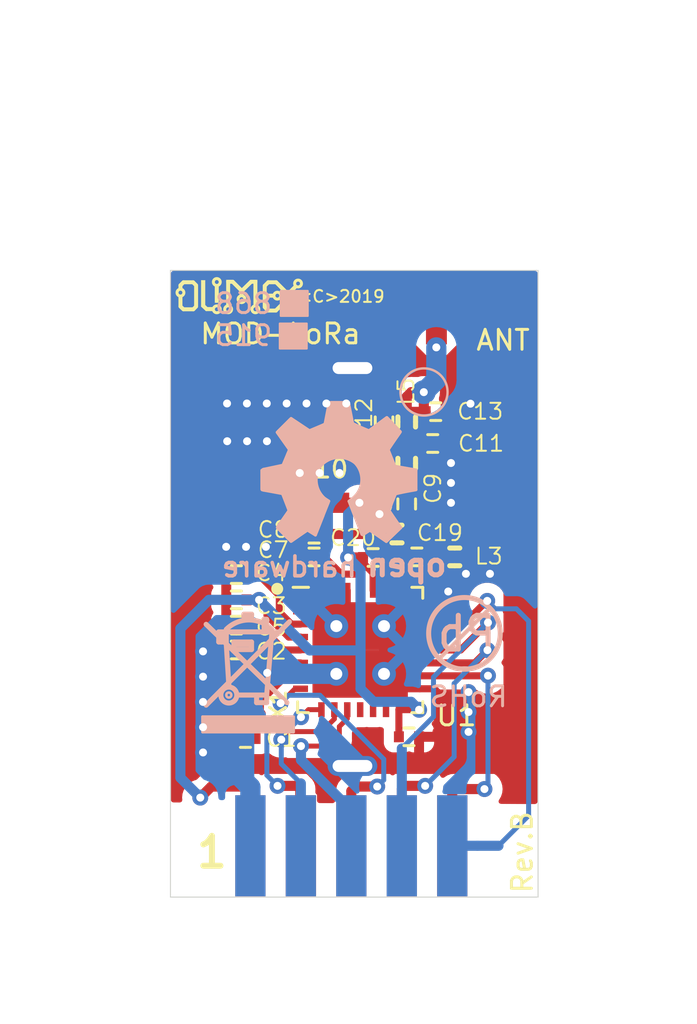
<source format=kicad_pcb>
(kicad_pcb (version 20221018) (generator pcbnew)
  (layers (0 "F.Cu" signal) (31 "B.Cu" signal) (34 "B.Paste" user) (35 "F.Paste" user) (36 "B.SilkS" user "B.Silkscreen") (37 "F.SilkS" user "F.Silkscreen") (38 "B.Mask" user) (39 "F.Mask" user) (44 "Edge.Cuts" user))
  (net 0 "")
  (net 1 "GND")
  (net 2 "Net-(C1-Pad1)")
  (net 3 "Net-(C2-Pad1)")
  (net 4 "VAA")
  (net 5 "Net-(C4-Pad1)")
  (net 6 "Net-(C5-Pad1)")
  (net 7 "Net-(C19-Pad1)")
  (net 8 "Net-(C9-Pad1)")
  (net 9 "Net-(C11-Pad1)")
  (net 10 "Net-(C12-Pad1)")
  (net 11 "Net-(C19-Pad2)")
  (net 12 "/NSS")
  (net 13 "/MOSI")
  (net 14 "/RESET")
  (net 15 "/SCK")
  (net 16 "/MISO")
  (net 17 "/DIO0")
  (net 18 "/DIO2")
  (net 19 "/DIO1")
  (net 20 "Net-(U1-Pad27)")
  (net 21 "Net-(U1-Pad20)")
  (net 22 "Net-(U1-Pad28)")
  (net 23 "Net-(U1-Pad13)")
  (net 24 "Net-(U1-Pad12)")
  (net 25 "Net-(U1-Pad11)")
  (net 26 "Net-(U1-Pad1)")
  (net 27 "Net-(C7-Pad2)")
  (footprint "OLIMEX_RLC-FP:C_0402_5MIL_DWS" (layer "F.Cu") (at 122.275 113.029141 180)
    (fp_text reference "C1" (at -1.804 -0.000859 180) (layer "F.SilkS") (effects (font (size 0.8 0.8) (thickness 0.1))))
    (fp_text value "15pF")
    (pad "1" smd rect (at -0.508 0) (size 0.5 0.55) (layers "F.Cu" "F.Paste" "F.Mask") (net 2 "Net-(C1-Pad1)"))
    (pad "2" smd rect (at 0.508 0 180) (size 0.5 0.55) (layers "F.Cu" "F.Paste" "F.Mask") (net 1 "GND"))
  )
  (footprint "OLIMEX_RLC-FP:C_0402_5MIL_DWS" (layer "F.Cu") (at 121.818 108.579141 180)
    (fp_text reference "C2" (at -1.753 -0.069359 180) (layer "F.SilkS") (effects (font (size 0.8 0.8) (thickness 0.1))))
    (fp_text value "15pF")
    (pad "1" smd rect (at -0.508 0) (size 0.5 0.55) (layers "F.Cu" "F.Paste" "F.Mask") (net 3 "Net-(C2-Pad1)"))
    (pad "2" smd rect (at 0.508 0 180) (size 0.5 0.55) (layers "F.Cu" "F.Paste" "F.Mask") (net 1 "GND"))
  )
  (footprint "OLIMEX_RLC-FP:C_0402_5MIL_DWS" (layer "F.Cu") (at 121.818 106.060141 180)
    (fp_text reference "C3" (at -1.753 -0.302359 180) (layer "F.SilkS") (effects (font (size 0.8 0.8) (thickness 0.1))))
    (fp_text value "100nF")
    (pad "1" smd rect (at -0.508 0) (size 0.5 0.55) (layers "F.Cu" "F.Paste" "F.Mask") (net 4 "VAA"))
    (pad "2" smd rect (at 0.508 0 180) (size 0.5 0.55) (layers "F.Cu" "F.Paste" "F.Mask") (net 1 "GND"))
  )
  (footprint "OLIMEX_RLC-FP:C_0402_5MIL_DWS" (layer "F.Cu") (at 121.818 104.790141 180)
    (fp_text reference "C4" (at -1.753 0.078641 180) (layer "F.SilkS") (effects (font (size 0.8 0.8) (thickness 0.1))))
    (fp_text value "100nF")
    (pad "1" smd rect (at -0.508 0) (size 0.5 0.55) (layers "F.Cu" "F.Paste" "F.Mask") (net 5 "Net-(C4-Pad1)"))
    (pad "2" smd rect (at 0.508 0 180) (size 0.5 0.55) (layers "F.Cu" "F.Paste" "F.Mask") (net 1 "GND"))
  )
  (footprint "OLIMEX_RLC-FP:C_0402_5MIL_DWS" (layer "F.Cu") (at 121.818 107.33014 180)
    (fp_text reference "C5" (at -1.753 -0.11186 180) (layer "F.SilkS") (effects (font (size 0.8 0.8) (thickness 0.1))))
    (fp_text value "100nF")
    (pad "1" smd rect (at -0.508 0) (size 0.5 0.55) (layers "F.Cu" "F.Paste" "F.Mask") (net 6 "Net-(C5-Pad1)"))
    (pad "2" smd rect (at 0.508 0 180) (size 0.5 0.55) (layers "F.Cu" "F.Paste" "F.Mask") (net 1 "GND"))
  )
  (footprint "OLIMEX_RLC-FP:C_0402_5MIL_DWS" (layer "F.Cu") (at 130.5048 112.943541)
    (fp_text reference "C6" hide)
    (fp_text value "100nF")
    (pad "1" smd rect (at -0.508 0 180) (size 0.5 0.55) (layers "F.Cu" "F.Paste" "F.Mask") (net 4 "VAA"))
    (pad "2" smd rect (at 0.508 0) (size 0.5 0.55) (layers "F.Cu" "F.Paste" "F.Mask") (net 1 "GND"))
  )
  (footprint "OLIMEX_RLC-FP:C_0402_5MIL_DWS" (layer "F.Cu") (at 125.726141 103.902)
    (fp_text reference "C7" (at -2.056141 -0.352) (layer "F.SilkS") (effects (font (size 0.8 0.8) (thickness 0.1))))
    (fp_text value "47pF")
    (pad "1" smd rect (at -0.508 0 180) (size 0.5 0.55) (layers "F.Cu" "F.Paste" "F.Mask") (net 1 "GND"))
    (pad "2" smd rect (at 0.508 0) (size 0.5 0.55) (layers "F.Cu" "F.Paste" "F.Mask") (net 27 "Net-(C7-Pad2)"))
  )
  (footprint "OLIMEX_RLC-FP:C_0402_5MIL_DWS" (layer "F.Cu") (at 130.39 101.24 -90)
    (fp_text reference "C9" (at -0.78 -1.32 270) (layer "F.SilkS") (effects (font (size 0.8 0.8) (thickness 0.1))))
    (fp_text value "33pF")
    (pad "1" smd rect (at -0.508 0 90) (size 0.5 0.55) (layers "F.Cu" "F.Paste" "F.Mask") (net 8 "Net-(C9-Pad1)"))
    (pad "2" smd rect (at 0.508 0 270) (size 0.5 0.55) (layers "F.Cu" "F.Paste" "F.Mask") (net 11 "Net-(C19-Pad2)"))
  )
  (footprint "OLIMEX_RLC-FP:C_0603_5MIL_DWS" (layer "F.Cu") (at 126.1 101.18 180)
    (fp_text reference "C10" (at -0.03 1.7 180) (layer "F.SilkS") (effects (font (size 0.9 0.9))))
    (fp_text value "22uF")
    (pad "1" smd rect (at -0.889 0 180) (size 1.016 1.016) (layers "F.Cu" "F.Paste" "F.Mask") (net 4 "VAA") (clearance 0.0508))
    (pad "2" smd rect (at 0.889 0 180) (size 1.016 1.016) (layers "F.Cu" "F.Paste" "F.Mask") (net 1 "GND") (clearance 0.0508))
  )
  (footprint "OLIMEX_RLC-FP:C_0402_5MIL_DWS" (layer "F.Cu") (at 131.7 98.2)
    (fp_text reference "C11" (at 2.43 0) (layer "F.SilkS") (effects (font (size 0.8 0.8) (thickness 0.1))))
    (fp_text value "4.7pF" hide)
    (pad "1" smd rect (at -0.508 0 180) (size 0.5 0.55) (layers "F.Cu" "F.Paste" "F.Mask") (net 9 "Net-(C11-Pad1)"))
    (pad "2" smd rect (at 0.508 0) (size 0.5 0.55) (layers "F.Cu" "F.Paste" "F.Mask") (net 1 "GND"))
  )
  (footprint "OLIMEX_RLC-FP:C_0402_5MIL_DWS" (layer "F.Cu") (at 131.85 96.6)
    (fp_text reference "C13" (at 2.24 -0.01) (layer "F.SilkS") (effects (font (size 0.8 0.8) (thickness 0.1))))
    (fp_text value "1.8pF" hide)
    (pad "1" smd rect (at -0.508 0 180) (size 0.5 0.55) (layers "F.Cu" "F.Paste" "F.Mask") (net 10 "Net-(C12-Pad1)"))
    (pad "2" smd rect (at 0.508 0) (size 0.5 0.55) (layers "F.Cu" "F.Paste" "F.Mask") (net 1 "GND"))
  )
  (footprint "OLIMEX_RLC-FP:C_0402_5MIL_DWS" (layer "F.Cu") (at 130.9 103.9 180)
    (fp_text reference "C19" (at -1.16 1.21 180) (layer "F.SilkS") (effects (font (size 0.8 0.8) (thickness 0.1))))
    (fp_text value "2.2pF")
    (pad "1" smd rect (at -0.508 0) (size 0.5 0.55) (layers "F.Cu" "F.Paste" "F.Mask") (net 7 "Net-(C19-Pad1)"))
    (pad "2" smd rect (at 0.508 0 180) (size 0.5 0.55) (layers "F.Cu" "F.Paste" "F.Mask") (net 11 "Net-(C19-Pad2)"))
  )
  (footprint "OLIMEX_RLC-FP:C_0402_5MIL_DWS" (layer "F.Cu") (at 128.7 103.93)
    (fp_text reference "C20" (at -1.01 -0.99 180) (layer "F.SilkS") (effects (font (size 0.8 0.8) (thickness 0.1))))
    (fp_text value "100nF")
    (pad "1" smd rect (at -0.508 0 180) (size 0.5 0.55) (layers "F.Cu" "F.Paste" "F.Mask") (net 4 "VAA"))
    (pad "2" smd rect (at 0.508 0) (size 0.5 0.55) (layers "F.Cu" "F.Paste" "F.Mask") (net 1 "GND"))
  )
  (footprint "OLIMEX_RLC-FP:C_0402_5MIL_DWS" (layer "F.Cu") (at 125.726141 102.759)
    (fp_text reference "C8" (at -2.056141 -0.229) (layer "F.SilkS") (effects (font (size 0.8 0.8) (thickness 0.1))))
    (fp_text value "10nF")
    (pad "1" smd rect (at -0.508 0 180) (size 0.5 0.55) (layers "F.Cu" "F.Paste" "F.Mask") (net 1 "GND"))
    (pad "2" smd rect (at 0.508 0) (size 0.5 0.55) (layers "F.Cu" "F.Paste" "F.Mask") (net 27 "Net-(C7-Pad2)"))
  )
  (footprint "OLIMEX_RLC-FP:L_0402_5MIL_DWS" (layer "F.Cu") (at 129.9 102.75 180)
    (fp_text reference "L2" (at 0.85 1.15 180) (layer "F.SilkS") (effects (font (size 0.8 0.8) (thickness 0.1))))
    (fp_text value "33nH")
    (pad "1" smd rect (at -0.508 0) (size 0.5 0.55) (layers "F.Cu" "F.Paste" "F.Mask") (net 11 "Net-(C19-Pad2)"))
    (pad "2" smd rect (at 0.508 0 180) (size 0.5 0.55) (layers "F.Cu" "F.Paste" "F.Mask") (net 27 "Net-(C7-Pad2)"))
  )
  (footprint "OLIMEX_RLC-FP:L_0402_5MIL_DWS" (layer "F.Cu") (at 132.808 103.9 180)
    (fp_text reference "L3" (at -1.712 0.03 180) (layer "F.SilkS") (effects (font (size 0.8 0.8) (thickness 0.1))))
    (fp_text value "6.8nH")
    (pad "1" smd rect (at -0.508 0) (size 0.5 0.55) (layers "F.Cu" "F.Paste" "F.Mask") (net 1 "GND"))
    (pad "2" smd rect (at 0.508 0 180) (size 0.5 0.55) (layers "F.Cu" "F.Paste" "F.Mask") (net 7 "Net-(C19-Pad1)"))
  )
  (footprint "OLIMEX_RLC-FP:L_0402_5MIL_DWS" (layer "F.Cu") (at 130.39 99.2 90)
    (fp_text reference "L4" (at 0 -1.27 90) (layer "F.SilkS") (effects (font (size 0.8 0.8) (thickness 0.1))))
    (fp_text value "10nH")
    (pad "1" smd rect (at -0.508 0 270) (size 0.5 0.55) (layers "F.Cu" "F.Paste" "F.Mask") (net 8 "Net-(C9-Pad1)"))
    (pad "2" smd rect (at 0.508 0 90) (size 0.5 0.55) (layers "F.Cu" "F.Paste" "F.Mask") (net 9 "Net-(C11-Pad1)"))
  )
  (footprint "OLIMEX_RLC-FP:L_0402_5MIL_DWS" (layer "F.Cu") (at 130.39 97.117 90)
    (fp_text reference "L5" (at 1.527 -0.03 90) (layer "F.SilkS") (effects (font (size 0.8 0.8) (thickness 0.1))))
    (fp_text value "6.2nH")
    (pad "1" smd rect (at -0.508 0 270) (size 0.5 0.55) (layers "F.Cu" "F.Paste" "F.Mask") (net 9 "Net-(C11-Pad1)"))
    (pad "2" smd rect (at 0.508 0 90) (size 0.5 0.55) (layers "F.Cu" "F.Paste" "F.Mask") (net 10 "Net-(C12-Pad1)"))
  )
  (footprint "OLIMEX_IC-FP:QFN-28_EP_6x6_Pitch0.65mm" (layer "F.Cu") (at 128.048 108.579141)
    (fp_text reference "U1" (at 4.8448 3.307859) (layer "F.SilkS"))
    (fp_text value "SX1276" hide)
    (pad "" connect circle (at -4.175 -3.075) (size 0.6 0.6) (layers "F.SilkS"))
    (pad "1" smd rect (at -3 -1.95 90) (size 0.325 0.75) (layers "F.Cu" "F.Paste" "F.Mask") (net 26 "Net-(U1-Pad1)"))
    (pad "2" smd rect (at -3 -1.3 90) (size 0.325 0.75) (layers "F.Cu" "F.Paste" "F.Mask") (net 5 "Net-(C4-Pad1)"))
    (pad "3" smd rect (at -3 -0.65 90) (size 0.325 0.75) (layers "F.Cu" "F.Paste" "F.Mask") (net 4 "VAA"))
    (pad "4" smd rect (at -3 0 90) (size 0.325 0.75) (layers "F.Cu" "F.Paste" "F.Mask") (net 6 "Net-(C5-Pad1)"))
    (pad "5" smd rect (at -3 0.65 90) (size 0.325 0.75) (layers "F.Cu" "F.Paste" "F.Mask") (net 3 "Net-(C2-Pad1)"))
    (pad "6" smd rect (at -3 1.3 90) (size 0.325 0.75) (layers "F.Cu" "F.Paste" "F.Mask") (net 2 "Net-(C1-Pad1)"))
    (pad "7" smd rect (at -3 1.95 90) (size 0.325 0.75) (layers "F.Cu" "F.Paste" "F.Mask") (net 14 "/RESET"))
    (pad "8" smd rect (at -1.95 3) (size 0.325 0.75) (layers "F.Cu" "F.Paste" "F.Mask") (net 17 "/DIO0"))
    (pad "9" smd rect (at -1.3 3) (size 0.325 0.75) (layers "F.Cu" "F.Paste" "F.Mask") (net 19 "/DIO1"))
    (pad "10" smd rect (at -0.65 3) (size 0.325 0.75) (layers "F.Cu" "F.Paste" "F.Mask") (net 18 "/DIO2"))
    (pad "11" smd rect (at 0 3) (size 0.325 0.75) (layers "F.Cu" "F.Paste" "F.Mask") (net 25 "Net-(U1-Pad11)"))
    (pad "12" smd rect (at 0.65 3) (size 0.325 0.75) (layers "F.Cu" "F.Paste" "F.Mask") (net 24 "Net-(U1-Pad12)"))
    (pad "13" smd rect (at 1.3 3) (size 0.325 0.75) (layers "F.Cu" "F.Paste" "F.Mask") (net 23 "Net-(U1-Pad13)"))
    (pad "14" smd rect (at 1.95 3) (size 0.325 0.75) (layers "F.Cu" "F.Paste" "F.Mask") (net 4 "VAA"))
    (pad "15" smd rect (at 3 1.95 90) (size 0.325 0.75) (layers "F.Cu" "F.Paste" "F.Mask") (net 1 "GND"))
    (pad "16" smd rect (at 3 1.3 90) (size 0.325 0.75) (layers "F.Cu" "F.Paste" "F.Mask") (net 15 "/SCK"))
    (pad "17" smd rect (at 3 0.65 90) (size 0.325 0.75) (layers "F.Cu" "F.Paste" "F.Mask") (net 16 "/MISO"))
    (pad "18" smd rect (at 3 0 90) (size 0.325 0.75) (layers "F.Cu" "F.Paste" "F.Mask") (net 13 "/MOSI"))
    (pad "19" smd rect (at 3 -0.65 90) (size 0.325 0.75) (layers "F.Cu" "F.Paste" "F.Mask") (net 12 "/NSS"))
    (pad "20" smd rect (at 3 -1.3 90) (size 0.325 0.75) (layers "F.Cu" "F.Paste" "F.Mask") (net 21 "Net-(U1-Pad20)"))
    (pad "21" smd rect (at 3 -1.95 90) (size 0.325 0.75) (layers "F.Cu" "F.Paste" "F.Mask") (net 7 "Net-(C19-Pad1)"))
    (pad "22" smd rect (at 1.95 -3) (size 0.325 0.75) (layers "F.Cu" "F.Paste" "F.Mask") (net 11 "Net-(C19-Pad2)"))
    (pad "23" smd rect (at 1.3 -3) (size 0.325 0.75) (layers "F.Cu" "F.Paste" "F.Mask") (net 1 "GND"))
    (pad "24" smd rect (at 0.65 -3) (size 0.325 0.75) (layers "F.Cu" "F.Paste" "F.Mask") (net 4 "VAA"))
    (pad "25" smd rect (at 0 -3) (size 0.325 0.75) (layers "F.Cu" "F.Paste" "F.Mask") (net 27 "Net-(C7-Pad2)"))
    (pad "26" smd rect (at -0.65 -3) (size 0.325 0.75) (layers "F.Cu" "F.Paste" "F.Mask") (net 1 "GND"))
    (pad "27" smd rect (at -1.3 -3) (size 0.325 0.75) (layers "F.Cu" "F.Paste" "F.Mask") (net 20 "Net-(U1-Pad27)"))
    (pad "28" smd rect (at -1.95 -3) (size 0.325 0.75) (layers "F.Cu" "F.Paste" "F.Mask") (net 22 "Net-(U1-Pad28)"))
    (pad "29" thru_hole circle (at -1.2 -1.2) (size 1.2 1.2) (drill 0.6) (layers "*.Cu" "*.Mask") (net 1 "GND"))
    (pad "29" smd rect (at -1.2 -1.2) (size 2.4 2.4) (layers "F.Cu" "F.Paste" "F.Mask") (net 1 "GND"))
    (pad "29" thru_hole circle (at -1.2 1.2) (size 1.2 1.2) (drill 0.6) (layers "*.Cu" "*.Mask") (net 1 "GND"))
    (pad "29" smd rect (at -1.2 1.2) (size 2.4 2.4) (layers "F.Cu" "F.Paste" "F.Mask") (net 1 "GND"))
    (pad "29" thru_hole circle (at 1.2 -1.2) (size 1.2 1.2) (drill 0.6) (layers "*.Cu" "*.Mask") (net 1 "GND"))
    (pad "29" smd rect (at 1.2 -1.2) (size 2.4 2.4) (layers "F.Cu" "F.Paste" "F.Mask") (net 1 "GND"))
    (pad "29" thru_hole circle (at 1.2 1.2) (size 1.2 1.2) (drill 0.6) (layers "*.Cu" "*.Mask") (net 1 "GND"))
    (pad "29" smd rect (at 1.2 1.2) (size 2.4 2.4) (layers "F.Cu" "F.Paste" "F.Mask") (net 1 "GND"))
  )
  (footprint "OLIMEX_Crystal-FP:SMD2016_4p" (layer "F.Cu") (at 122.2 110.779141 90)
    (fp_text reference "X1" (at -0.574459 1.7266 90) (layer "F.SilkS") (effects (font (size 0.8 0.8))))
    (fp_text value "32.000MHz_10ppm")
    (pad "1" smd circle (at -1.025 0.825 90) (size 0.55 0.55) (layers "F.Cu" "F.Paste" "F.Mask") (net 2 "Net-(C1-Pad1)"))
    (pad "1" smd rect (at -0.675 0.525 90) (size 0.85 0.75) (layers "F.Cu" "F.Paste" "F.Mask") (net 2 "Net-(C1-Pad1)"))
    (pad "2" smd rect (at 0.675 0.525 90) (size 0.85 0.75) (layers "F.Cu" "F.Paste" "F.Mask") (net 1 "GND"))
    (pad "2" smd circle (at 1.025 0.825 90) (size 0.55 0.55) (layers "F.Cu" "F.Paste" "F.Mask") (net 1 "GND"))
    (pad "3" smd rect (at 0.675 -0.525 90) (size 0.85 0.75) (layers "F.Cu" "F.Paste" "F.Mask") (net 3 "Net-(C2-Pad1)"))
    (pad "3" smd circle (at 1.025 -0.825 90) (size 0.55 0.55) (layers "F.Cu" "F.Paste" "F.Mask") (net 3 "Net-(C2-Pad1)"))
    (pad "4" smd circle (at -1.025 -0.825 90) (size 0.55 0.55) (layers "F.Cu" "F.Paste" "F.Mask") (net 1 "GND"))
    (pad "4" smd rect (at -0.675 -0.525 90) (size 0.85 0.75) (layers "F.Cu" "F.Paste" "F.Mask") (net 1 "GND"))
  )
  (footprint "OLIMEX_TestPoints-FP:TP_SMD" (layer "F.Cu") (at 131.25 95.62 180)
    (fp_text reference "JANT1" hide)
    (fp_text value "TESTPAD" hide)
    (pad "1" thru_hole circle (at 0 0 270) (size 0.6 0.6) (drill 0.4) (layers "*.Cu" "*.Mask") (net 10 "Net-(C12-Pad1)"))
    (pad "1" smd circle (at 0 0 270) (size 1.2 1.2) (layers "B.Cu" "B.Mask") (net 10 "Net-(C12-Pad1)"))
  )
  (footprint "OLIMEX_Connectors-FP:U.FL-R-SMT-1" (layer "F.Cu") (at 131.885 91.192741)
    (fp_text reference "EXT_ANT1" hide)
    (fp_text value "U.FL")
    (pad "1" smd rect (at 0 1.5) (size 1.05 1.05) (layers "F.Cu" "F.Paste" "F.Mask") (net 10 "Net-(C12-Pad1)"))
    (pad "2" smd rect (at -1.5 0) (size 1.05 2.2) (layers "F.Cu" "F.Paste" "F.Mask") (net 1 "GND"))
    (pad "2" smd rect (at 1.5 0) (size 1.05 2.2) (layers "F.Cu" "F.Paste" "F.Mask") (net 1 "GND"))
  )
  (footprint "OLIMEX_Other-FP:Shield1620" (layer "F.Cu") (at 127.659999 104.409141 -90)
    (fp_text reference "SHIELD1" hide)
    (fp_text value "TESTPAD")
    (pad "1" thru_hole oval (at -10 0 270) (size 1 2.5) (drill oval 0.6 2) (layers "*.Cu" "*.Mask") (net 1 "GND"))
    (pad "1" smd oval (at -10 0) (size 16.8 0.8) (layers "F.Cu" "F.Mask") (net 1 "GND"))
    (pad "1" smd oval (at 0 -8 270) (size 20.8 0.8) (layers "F.Cu" "F.Mask") (net 1 "GND"))
    (pad "1" smd oval (at 0 8 270) (size 20.8 0.8) (layers "F.Cu" "F.Mask") (net 1 "GND"))
    (pad "1" thru_hole oval (at 10 0 270) (size 1 2.5) (drill oval 0.6 2) (layers "*.Cu" "*.Mask") (net 1 "GND"))
    (pad "1" smd oval (at 10 0) (size 16.8 0.8) (layers "F.Cu" "F.Mask") (net 1 "GND"))
  )
  (footprint "OLIMEX_LOGOs-FP:OLIMEX_LOGO_SMALL_TB" (layer "F.Cu") (at 121.95 90.77)
    (fp_text reference "")
    (fp_text value "")
  )
  (footprint "OLIMEX_Connectors-FP:UEXTF" (layer "F.Cu") (at 127.602605 123.5 90)
    (fp_text reference "CON1" hide)
    (fp_text value "BH10S")
    (pad "1" smd rect (at 5.08 -5.08 90) (size 5.08 1.524) (layers "F.Cu" "F.Mask") (net 4 "VAA") (clearance 0.0508))
    (pad "2" smd rect (at 5.08 -5.08 90) (size 5.08 1.524) (layers "B.Cu" "B.Mask") (net 1 "GND") (clearance 0.0508))
    (pad "3" smd rect (at 5.08 -2.54 90) (size 5.08 1.524) (layers "F.Cu" "F.Mask") (net 17 "/DIO0") (clearance 0.0508))
    (pad "4" smd rect (at 5.08 -2.54 90) (size 5.08 1.524) (layers "B.Cu" "B.Mask") (net 19 "/DIO1") (clearance 0.0508))
    (pad "5" smd rect (at 5.08 0 90) (size 5.08 1.524) (layers "F.Cu" "F.Mask") (net 14 "/RESET") (clearance 0.0508))
    (pad "6" smd rect (at 5.08 0 90) (size 5.08 1.524) (layers "B.Cu" "B.Mask") (net 18 "/DIO2") (clearance 0.0508))
    (pad "7" smd rect (at 5.08 2.54 90) (size 5.08 1.524) (layers "F.Cu" "F.Mask") (net 16 "/MISO") (clearance 0.0508))
    (pad "8" smd rect (at 5.08 2.54 90) (size 5.08 1.524) (layers "B.Cu" "B.Mask") (net 13 "/MOSI") (clearance 0.0508))
    (pad "9" smd rect (at 5.08 5.08 90) (size 5.08 1.524) (layers "F.Cu" "F.Mask") (net 15 "/SCK") (clearance 0.0508))
    (pad "10" smd rect (at 5.08 5.08 90) (size 5.08 1.524) (layers "B.Cu" "B.Mask") (net 12 "/NSS") (clearance 0.0508))
  )
  (footprint "OLIMEX_RLC-FP:C_0402_5MIL_DWS" (layer "F.Cu") (at 129.25 97.12 -90)
    (fp_text reference "C12" (at -0.068 1.011359 270) (layer "F.SilkS") (effects (font (size 0.8 0.8) (thickness 0.1))))
    (fp_text value "1.2pF")
    (pad "1" smd rect (at -0.508 0 90) (size 0.5 0.55) (layers "F.Cu" "F.Paste" "F.Mask") (net 10 "Net-(C12-Pad1)"))
    (pad "2" smd rect (at 0.508 0 270) (size 0.5 0.55) (layers "F.Cu" "F.Paste" "F.Mask") (net 9 "Net-(C11-Pad1)"))
  )
  (footprint "OLIMEX_Other-FP:Fiducial1x3_transp" (layer "F.Cu") (at 121.69 100.46)
    (fp_text reference "Ref*" hide)
    (fp_text value "Val**" hide)
    (pad "Fid1" connect circle (at 0 0) (size 1 1) (layers "F.Cu" "F.Mask") (clearance 1.016))
  )
  (footprint "OLIMEX_LOGOs-FP:LOGO_OPENHARDWARE_8x8" (layer "B.Cu") (at 126.99 100.13 180)
    (fp_text reference "" hide)
    (fp_text value "" hide)
    (fp_text user "open" (at -3.40106 -4.17576 180) (layer "B.SilkS") (effects (font (size 1.1 1.1) (thickness 0.254)) (justify mirror)))
    (fp_text user "hardware" (at 2.51206 -4.2672 180) (layer "B.SilkS") (effects (font (thickness 0.18)) (justify mirror)))
  )
  (footprint "OLIMEX_LOGOs-FP:LOGO_PBFREE" (layer "B.Cu") (at 133.5 107.42914)
    (fp_text reference "")
    (fp_text value "")
    (fp_text user "Pb" (at -0.08636 0.33528 180) (layer "B.SilkS") (effects (font (size 1.7 1.5) (thickness 0.254)) (justify mirror)))
  )
  (footprint "OLIMEX_LOGOs-FP:LOGO_RECYCLEBIN_1" (layer "B.Cu") (at 124.74 112.75 180)
    (fp_text reference "" hide)
    (fp_text value "" hide)
  )
  (gr_poly (pts (xy 125.36 92.17) (xy 124 92.17) (xy 124 93.43) (xy 125.36 93.43)) (stroke (width 0.1)) (fill solid) (layer "B.SilkS"))
  (gr_poly (pts (xy 125.41 90.53) (xy 124.05 90.53) (xy 124.05 91.79) (xy 125.41 91.79)) (stroke (width 0.1)) (fill solid) (layer "B.SilkS"))
  (gr_circle (center 131.26 95.61) (end 132.432942 95.44) (stroke (width 0.12)) (fill none) (layer "B.SilkS"))
  (gr_line (start 137 89.5) (end 118.5 89.5) (stroke (width 0.05)) (layer "Edge.Cuts"))
  (gr_line (start 118.5 121) (end 137 121) (stroke (width 0.05)) (layer "Edge.Cuts"))
  (gr_line (start 137 121) (end 137 89.5) (stroke (width 0.05)) (layer "Edge.Cuts"))
  (gr_line (start 118.5 89.5) (end 118.5 121) (stroke (width 0.05)) (layer "Edge.Cuts"))
  (gr_text "RoHS" (at 133.5 110.929141) (layer "B.SilkS") (effects (font (size 1 1)) (justify mirror)))
  (gr_text "868\n915" (at 122.18 91.97) (layer "B.SilkS") (effects (font (size 1 1)) (justify mirror)))
  (gr_text "MOD-LoRa" (at 124.038801 92.68914) (layer "F.SilkS") (effects (font (size 1 1))))
  (gr_text "<C>2019" (at 127.0868 90.809541) (layer "F.SilkS") (effects (font (size 0.6 0.6) (thickness 0.1))))
  (gr_text "1" (at 120.5865 118.745) (layer "F.SilkS") (effects (font (size 1.5 1.5) (thickness 0.3))))
  (gr_text "ANT" (at 135.24 93.01) (layer "F.SilkS") (effects (font (size 1 1))))
  (gr_text "Rev.B" (at 136.2075 118.745 90) (layer "F.SilkS") (effects (font (size 1 1))))
  (segment (start 121.31 108.579141) (end 121.309999 107.330141) (width 0.3556) (layer "F.Cu") (net 1))
  (segment (start 132.289921 94.224001) (end 133.385 93.128922) (width 0.508) (layer "F.Cu") (net 1))
  (segment (start 121.309999 107.330141) (end 121.31 106.060141) (width 0.3556) (layer "F.Cu") (net 1))
  (segment (start 125.211 100.099) (end 125.211 101.18) (width 0.508) (layer "F.Cu") (net 1))
  (segment (start 129.998001 110.529141) (end 129.248 109.77914) (width 0.3556) (layer "F.Cu") (net 1))
  (segment (start 130.38 92.805741) (end 130.38 93.133922) (width 0.508) (layer "F.Cu") (net 1))
  (segment (start 134.758 99.135) (end 134.758 101.967) (width 0.508) (layer "F.Cu") (net 1))
  (segment (start 133.2 96.6) (end 133.6 96.2) (width 0.508) (layer "F.Cu") (net 1))
  (segment (start 132.4296 112.695141) (end 133.502 112.695141) (width 0.25) (layer "F.Cu") (net 1))
  (segment (start 121.31 103.398741) (end 121.3044 103.39314) (width 0.25) (layer "F.Cu") (net 1))
  (segment (start 130.385 92.800741) (end 130.38 92.805741) (width 0.508) (layer "F.Cu") (net 1))
  (segment (start 130.38 93.133922) (end 131.470079 94.224001) (width 0.508) (layer "F.Cu") (net 1))
  (segment (start 130.385 91.192741) (end 130.385 92.800741) (width 0.508) (layer "F.Cu") (net 1))
  (segment (start 131.470079 94.224001) (end 132.289921 94.224001) (width 0.508) (layer "F.Cu") (net 1))
  (segment (start 123.025 109.754141) (end 123.342424 109.754141) (width 0.3556) (layer "F.Cu") (net 1))
  (segment (start 121.675 112.937141) (end 121.767 113.029141) (width 0.25) (layer "F.Cu") (net 1))
  (segment (start 121.31 104.790141) (end 120.041 104.790141) (width 0.3556) (layer "F.Cu") (net 1))
  (segment (start 123.304401 103.393141) (end 122.3044 103.393141) (width 0.25) (layer "F.Cu") (net 1))
  (segment (start 131.048 110.529141) (end 131.7786 110.529141) (width 0.3556) (layer "F.Cu") (net 1))
  (segment (start 132.488 96.84) (end 132.488 96.865) (width 0.508) (layer "F.Cu") (net 1))
  (segment (start 130.38 92.805741) (end 130.38 93.58) (width 0.508) (layer "F.Cu") (net 1))
  (segment (start 133.316 104.696) (end 133.37 104.75) (width 0.508) (layer "F.Cu") (net 1))
  (segment (start 127.398 105.57914) (end 127.397999 106.829141) (width 0.3556) (layer "F.Cu") (net 1))
  (segment (start 129.348001 107.279141) (end 129.248 107.379142) (width 0.3556) (layer "F.Cu") (net 1))
  (segment (start 129.348 105.579141) (end 129.348001 107.279141) (width 0.3556) (layer "F.Cu") (net 1))
  (segment (start 132.4225 112.702241) (end 132.4352 112.689541) (width 0.508) (layer "F.Cu") (net 1))
  (segment (start 128.031685 96.872826) (end 128.23 96.872826) (width 0.508) (layer "F.Cu") (net 1))
  (segment (start 122.3044 103.393141) (end 121.3044 103.39314) (width 0.25) (layer "F.Cu") (net 1))
  (segment (start 120.041 104.790141) (end 119.660001 104.409141) (width 0.3556) (layer "F.Cu") (net 1))
  (segment (start 121.31 104.790141) (end 121.31 103.398741) (width 0.25) (layer "F.Cu") (net 1))
  (segment (start 127.348 96.189141) (end 128.031685 96.872826) (width 0.508) (layer "F.Cu") (net 1))
  (segment (start 131.6986 112.943541) (end 131.0128 112.943542) (width 0.3556) (layer "F.Cu") (net 1))
  (segment (start 133.385 91.192741) (end 133.385 92.800741) (width 0.508) (layer "F.Cu") (net 1))
  (segment (start 131.9399 110.690441) (end 131.9399 112.702241) (width 0.3556) (layer "F.Cu") (net 1))
  (segment (start 131.048 110.529141) (end 129.998001 110.529141) (width 0.3556) (layer "F.Cu") (net 1))
  (segment (start 128.232 96.874826) (end 128.232 99.7) (width 0.508) (layer "F.Cu") (net 1))
  (segment (start 121.31 106.060141) (end 121.31 104.790141) (width 0.3556) (layer "F.Cu") (net 1))
  (segment (start 121.675 111.454141) (end 121.675 112.937141) (width 0.3556) (layer "F.Cu") (net 1))
  (segment (start 123.342424 109.754141) (end 123.368848 109.727717) (width 0.3556) (layer "F.Cu") (net 1))
  (segment (start 133.385 93.128922) (end 133.385 92.800741) (width 0.508) (layer "F.Cu") (net 1))
  (segment (start 121.375 111.804141) (end 121.375 111.754141) (width 0.25) (layer "F.Cu") (net 1))
  (segment (start 132.488 96.865) (end 134.758 99.135) (width 0.508) (layer "F.Cu") (net 1))
  (segment (start 133.385 92.800741) (end 133.38 92.805741) (width 0.508) (layer "F.Cu") (net 1))
  (segment (start 134.758 101.967) (end 134.758 102.75) (width 0.508) (layer "F.Cu") (net 1))
  (segment (start 125.61 99.7) (end 125.211 100.099) (width 0.508) (layer "F.Cu") (net 1))
  (segment (start 133.316 103.9) (end 133.316 104.696) (width 0.508) (layer "F.Cu") (net 1))
  (segment (start 131.9399 112.702241) (end 132.4225 112.702241) (width 0.508) (layer "F.Cu") (net 1))
  (segment (start 129.348 104.07) (end 129.208 103.93) (width 0.3556) (layer "F.Cu") (net 1))
  (segment (start 128.232 99.7) (end 125.61 99.7) (width 0.508) (layer "F.Cu") (net 1))
  (segment (start 132.358 96.6) (end 133.2 96.6) (width 0.508) (layer "F.Cu") (net 1))
  (segment (start 131.7786 110.529141) (end 131.9399 110.690441) (width 0.3556) (layer "F.Cu") (net 1))
  (segment (start 127.397999 106.829141) (end 126.848 107.379141) (width 0.3556) (layer "F.Cu") (net 1))
  (segment (start 129.348 105.579141) (end 129.348 104.07) (width 0.3556) (layer "F.Cu") (net 1))
  (segment (start 132.4225 112.702241) (end 132.4296 112.695141) (width 0.25) (layer "F.Cu") (net 1))
  (segment (start 128.23 96.872826) (end 128.232 96.874826) (width 0.508) (layer "F.Cu") (net 1))
  (segment (start 128.232 99.7) (end 128.232 100.026202) (width 0.508) (layer "F.Cu") (net 1))
  (segment (start 126.098001 106.629141) (end 126.848 107.379141) (width 0.3556) (layer "F.Cu") (net 1))
  (segment (start 131.9399 112.702241) (end 131.6986 112.943541) (width 0.3556) (layer "F.Cu") (net 1))
  (via (at 132.619141 99.182) (size 0.8) (drill 0.4) (layers "F.Cu" "B.Cu") (net 1))
  (via (at 132.619141 100.182) (size 0.8) (drill 0.4) (layers "F.Cu" "B.Cu") (net 1))
  (via (at 132.619141 101.182) (size 0.8) (drill 0.4) (layers "F.Cu" "B.Cu") (net 1))
  (via (at 127.348 96.189141) (size 0.8) (drill 0.4) (layers "F.Cu" "B.Cu") (net 1))
  (via (at 126.348 96.189141) (size 0.8) (drill 0.4) (layers "F.Cu" "B.Cu") (net 1))
  (via (at 125.348 96.189141) (size 0.8) (drill 0.4) (layers "F.Cu" "B.Cu") (net 1))
  (via (at 124.348 96.189141) (size 0.8) (drill 0.4) (layers "F.Cu" "B.Cu") (net 1))
  (via (at 123.348 96.189141) (size 0.8) (drill 0.4) (layers "F.Cu" "B.Cu") (net 1))
  (via (at 122.348 96.189141) (size 0.8) (drill 0.4) (layers "F.Cu" "B.Cu") (net 1))
  (via (at 121.348 96.189141) (size 0.8) (drill 0.4) (layers "F.Cu" "B.Cu") (net 1))
  (via (at 125.0072 99.68354) (size 0.8) (drill 0.4) (layers "F.Cu" "B.Cu") (net 1))
  (via (at 126.0072 99.68354) (size 0.8) (drill 0.4) (layers "F.Cu" "B.Cu") (net 1))
  (via (at 121.3564 98.086341) (size 0.8) (drill 0.4) (layers "F.Cu" "B.Cu") (net 1))
  (via (at 122.3564 98.086342) (size 0.8) (drill 0.4) (layers "F.Cu" "B.Cu") (net 1))
  (via (at 127.0072 99.683541) (size 0.8) (drill 0.4) (layers "F.Cu" "B.Cu") (net 1))
  (via (at 123.3564 98.086341) (size 0.8) (drill 0.4) (layers "F.Cu" "B.Cu") (net 1))
  (via (at 123.304401 103.393141) (size 0.8) (drill 0.4) (layers "F.Cu" "B.Cu") (net 1))
  (via (at 122.3044 103.393141) (size 0.8) (drill 0.4) (layers "F.Cu" "B.Cu") (net 1))
  (via (at 121.3044 103.39314) (size 0.8) (drill 0.4) (layers "F.Cu" "B.Cu") (net 1))
  (via (at 133.502 112.695141) (size 0.8) (drill 0.4) (layers "F.Cu" "B.Cu") (net 1))
  (via (at 133.502 110.695141) (size 0.8) (drill 0.4) (layers "F.Cu" "B.Cu") (net 1))
  (via (at 133.502 111.695141) (size 0.8) (drill 0.4) (layers "F.Cu" "B.Cu") (net 1))
  (via (at 129.02 101.75) (size 0.8) (drill 0.4) (layers "F.Cu" "B.Cu") (net 1))
  (via (at 120.14 108.65) (size 0.8) (drill 0.4) (layers "F.Cu" "B.Cu") (net 1))
  (via (at 120.14 109.92) (size 0.8) (drill 0.4) (layers "F.Cu" "B.Cu") (net 1))
  (via (at 120.14 111.19) (size 0.8) (drill 0.4) (layers "F.Cu" "B.Cu") (net 1))
  (via (at 120.14 112.46) (size 0.8) (drill 0.4) (layers "F.Cu" "B.Cu") (net 1))
  (via (at 120.14 113.73) (size 0.8) (drill 0.4) (layers "F.Cu" "B.Cu") (net 1))
  (via (at 123.368848 109.727717) (size 0.8) (drill 0.4) (layers "F.Cu" "B.Cu") (net 1))
  (via (at 133.6 96.2) (size 0.8) (drill 0.4) (layers "F.Cu" "B.Cu") (net 1))
  (via (at 132.48 105.64) (size 0.8) (drill 0.4) (layers "F.Cu" "B.Cu") (net 1))
  (via (at 133.37 104.75) (size 0.8) (drill 0.4) (layers "F.Cu" "B.Cu") (net 1))
  (via (at 134.58 104.75) (size 0.8) (drill 0.4) (layers "F.Cu" "B.Cu") (net 1))
  (segment (start 123.420272 109.779141) (end 123.368848 109.727717) (width 1.016) (layer "B.Cu") (net 1))
  (segment (start 126.848 109.779141) (end 123.420272 109.779141) (width 1.016) (layer "B.Cu") (net 1))
  (segment (start 121.539 114.4905) (end 122.522605 115.474105) (width 1.016) (layer "B.Cu") (net 1))
  (segment (start 122.522605 115.474105) (end 122.522605 118.42) (width 1.016) (layer "B.Cu") (net 1))
  (segment (start 124.3174 109.879141) (end 123.025 111.17154) (width 0.3556) (layer "F.Cu") (net 2))
  (segment (start 122.725 111.454141) (end 122.725 112.971141) (width 0.3556) (layer "F.Cu") (net 2))
  (segment (start 123.025 111.17154) (end 123.025 111.415234) (width 0.3556) (layer "F.Cu") (net 2))
  (segment (start 122.725 112.971141) (end 122.783001 113.029141) (width 0.3556) (layer "F.Cu") (net 2))
  (segment (start 123.025 111.415234) (end 123.025 111.804142) (width 0.3556) (layer "F.Cu") (net 2))
  (segment (start 125.048 109.879142) (end 124.3174 109.879141) (width 0.3556) (layer "F.Cu") (net 2))
  (segment (start 121.675 109.323541) (end 122.326 108.672541) (width 0.3556) (layer "F.Cu") (net 3))
  (segment (start 123.424248 108.579141) (end 122.9316 108.579141) (width 0.3556) (layer "F.Cu") (net 3))
  (segment (start 122.9316 108.579141) (end 122.326 108.579141) (width 0.3556) (layer "F.Cu") (net 3))
  (segment (start 125.048 109.229141) (end 124.074248 109.229141) (width 0.3556) (layer "F.Cu") (net 3))
  (segment (start 121.675 110.104141) (end 121.675 109.323541) (width 0.3556) (layer "F.Cu") (net 3))
  (segment (start 124.074248 109.229141) (end 123.424248 108.579141) (width 0.3556) (layer "F.Cu") (net 3))
  (segment (start 122.326 108.672541) (end 122.326 108.579141) (width 0.3556) (layer "F.Cu") (net 3))
  (segment (start 121.675 109.674099) (end 121.675 110.104141) (width 0.3556) (layer "F.Cu") (net 3))
  (segment (start 122.326 106.060141) (end 122.961 106.060141) (width 0.3556) (layer "F.Cu") (net 4))
  (segment (start 128.698 104.71279) (end 128.192 104.20679) (width 0.3556) (layer "F.Cu") (net 4))
  (segment (start 128.01 101.18) (end 126.989 101.18) (width 0.508) (layer "F.Cu") (net 4))
  (segment (start 123.360999 106.46014) (end 122.961 106.060141) (width 0.3556) (layer "F.Cu") (net 4))
  (segment (start 129.9968 111.580342) (end 129.998 111.579142) (width 0.3556) (layer "F.Cu") (net 4))
  (segment (start 131.0073 111.579142) (end 131.0128 111.584641) (width 0.3556) (layer "F.Cu") (net 4))
  (segment (start 128.192 104.20679) (end 128.192 103.93) (width 0.3556) (layer "F.Cu") (net 4))
  (segment (start 129.9968 112.943542) (end 129.9968 111.580342) (width 0.3556) (layer "F.Cu") (net 4))
  (segment (start 125.048 107.929141) (end 124.449 107.929141) (width 0.3556) (layer "F.Cu") (net 4))
  (segment (start 124.449 107.929141) (end 123.360999 106.84114) (width 0.3556) (layer "F.Cu") (net 4))
  (segment (start 120 116) (end 120.557 115.443) (width 0.508) (layer "F.Cu") (net 4))
  (segment (start 122.522605 115.443) (end 122.522605 118.42) (width 0.508) (layer "F.Cu") (net 4))
  (segment (start 128.698 105.579141) (end 128.698 104.71279) (width 0.3556) (layer "F.Cu") (net 4))
  (segment (start 127.440002 103.93) (end 127.44 103.930002) (width 0.508) (layer "F.Cu") (net 4))
  (segment (start 120.557 115.443) (end 122.522605 115.443) (width 0.508) (layer "F.Cu") (net 4))
  (segment (start 129.998 111.579142) (end 131.0073 111.579142) (width 0.3556) (layer "F.Cu") (net 4))
  (segment (start 123.360999 106.84114) (end 123.360999 106.46014) (width 0.3556) (layer "F.Cu") (net 4))
  (segment (start 128.192 103.93) (end 127.440002 103.93) (width 0.508) (layer "F.Cu") (net 4))
  (via (at 120 116) (size 0.8) (drill 0.4) (layers "F.Cu" "B.Cu") (net 4))
  (via (at 127.44 103.930002) (size 0.8) (drill 0.4) (layers "F.Cu" "B.Cu") (net 4))
  (via (at 122.961 106.060141) (size 0.8) (drill 0.4) (layers "F.Cu" "B.Cu") (net 4))
  (via (at 128.01 101.18) (size 0.8) (drill 0.4) (layers "F.Cu" "B.Cu") (net 4))
  (via (at 131.0128 111.584641) (size 0.8) (drill 0.4) (layers "F.Cu" "B.Cu") (net 4))
  (segment (start 122.961 106.060141) (end 120.439859 106.060141) (width 0.508) (layer "B.Cu") (net 4))
  (segment (start 131.0128 111.584641) (end 130.612801 111.184642) (width 0.508) (layer "B.Cu") (net 4))
  (segment (start 125.500999 108.600141) (end 122.961 106.060141) (width 0.508) (layer "B.Cu") (net 4))
  (segment (start 125.500999 108.600141) (end 128.041001 108.600141) (width 0.508) (layer "B.Cu") (net 4))
  (segment (start 119 107.5) (end 119 115) (width 0.508) (layer "B.Cu") (net 4))
  (segment (start 120.439859 106.060141) (end 119 107.5) (width 0.508) (layer "B.Cu") (net 4))
  (segment (start 128.066401 108.574741) (end 128.066401 104.556403) (width 0.508) (layer "B.Cu") (net 4))
  (segment (start 127.44 103.930002) (end 127.44 101.75) (width 0.508) (layer "B.Cu") (net 4))
  (segment (start 128.0664 110.53054) (end 128.066401 108.574741) (width 0.508) (layer "B.Cu") (net 4))
  (segment (start 128.720501 111.184642) (end 128.0664 110.53054) (width 0.508) (layer "B.Cu") (net 4))
  (segment (start 127.44 101.75) (end 128.01 101.18) (width 0.508) (layer "B.Cu") (net 4))
  (segment (start 130.612801 111.184642) (end 128.720501 111.184642) (width 0.508) (layer "B.Cu") (net 4))
  (segment (start 127.839999 104.330001) (end 127.44 103.930002) (width 0.508) (layer "B.Cu") (net 4))
  (segment (start 119 115) (end 120 116) (width 0.508) (layer "B.Cu") (net 4))
  (segment (start 128.041001 108.600141) (end 128.066401 108.574741) (width 0.508) (layer "B.Cu") (net 4))
  (segment (start 128.066401 104.556403) (end 127.839999 104.330001) (width 0.508) (layer "B.Cu") (net 4))
  (segment (start 123.977001 106.671392) (end 124.58475 107.279141) (width 0.3556) (layer "F.Cu") (net 5))
  (segment (start 122.326 104.790141) (end 122.9316 104.790141) (width 0.3556) (layer "F.Cu") (net 5))
  (segment (start 123.977 105.835542) (end 123.977001 106.671392) (width 0.3556) (layer "F.Cu") (net 5))
  (segment (start 124.58475 107.279141) (end 125.048 107.279141) (width 0.3556) (layer "F.Cu") (net 5))
  (segment (start 122.9316 104.790141) (end 123.977 105.835542) (width 0.3556) (layer "F.Cu") (net 5))
  (segment (start 124.21 108.579141) (end 122.961 107.330141) (width 0.3556) (layer "F.Cu") (net 6))
  (segment (start 125.048 108.579141) (end 124.21 108.579141) (width 0.3556) (layer "F.Cu") (net 6))
  (segment (start 122.961 107.330141) (end 122.9316 107.330141) (width 0.3556) (layer "F.Cu") (net 6))
  (segment (start 122.9316 107.330141) (end 122.326 107.330141) (width 0.3556) (layer "F.Cu") (net 6))
  (segment (start 131.408 105.152) (end 131.048 105.512) (width 0.508) (layer "F.Cu") (net 7))
  (segment (start 131.048 105.512) (end 131.048 106.629141) (width 0.3556) (layer "F.Cu") (net 7))
  (segment (start 131.408 103.9) (end 131.408 105.152) (width 0.508) (layer "F.Cu") (net 7))
  (segment (start 131.408 103.9) (end 132.3 103.9) (width 0.508) (layer "F.Cu") (net 7))
  (segment (start 130.353766 99.744234) (end 130.353766 100.695766) (width 0.508) (layer "F.Cu") (net 8))
  (segment (start 130.39 100.708) (end 130.353766 100.744234) (width 0.508) (layer "F.Cu") (net 8))
  (segment (start 130.382 99.7) (end 130.39 99.692) (width 0.508) (layer "F.Cu") (net 8))
  (segment (start 130.39 97.99) (end 130.39 98.692) (width 0.508) (layer "F.Cu") (net 9))
  (segment (start 130.39 97.625) (end 130.39 97.99) (width 0.508) (layer "F.Cu") (net 9))
  (segment (start 130.399 97.6) (end 130.39 97.609) (width 0.508) (layer "F.Cu") (net 9))
  (segment (start 130.387 98.628) (end 130.39 98.625) (width 0.508) (layer "F.Cu") (net 9))
  (segment (start 130.39 98.156) (end 130.39 97.99) (width 0.508) (layer "F.Cu") (net 9))
  (segment (start 129.253 97.609) (end 129.25 97.612) (width 0.508) (layer "F.Cu") (net 9))
  (segment (start 130.387 97.612) (end 130.39 97.609) (width 0.508) (layer "F.Cu") (net 9))
  (segment (start 131.192 98.2) (end 130.434 98.2) (width 0.508) (layer "F.Cu") (net 9))
  (segment (start 130.434 98.2) (end 130.39 98.156) (width 0.508) (layer "F.Cu") (net 9))
  (segment (start 130.4 97.599) (end 130.39 97.609) (width 0.508) (layer "F.Cu") (net 9))
  (segment (start 129.25 97.628) (end 130.387 97.628) (width 0.508) (layer "F.Cu") (net 9))
  (segment (start 130.39 95.851) (end 130.39 96.609) (width 0.508) (layer "F.Cu") (net 10))
  (segment (start 130.39 96.609) (end 129.253 96.609) (width 0.508) (layer "F.Cu") (net 10))
  (segment (start 131.25 95.62) (end 131.25 96.508) (width 0.508) (layer "F.Cu") (net 10))
  (segment (start 131.248 95.622) (end 131.25 95.62) (width 0.508) (layer "F.Cu") (net 10))
  (segment (start 130.621 95.62) (end 130.39 95.851) (width 0.508) (layer "F.Cu") (net 10))
  (segment (start 131.88 92.697741) (end 131.885 92.692741) (width 0.25) (layer "F.Cu") (net 10))
  (segment (start 131.333 96.609) (end 131.342 96.6) (width 0.508) (layer "F.Cu") (net 10))
  (segment (start 130.39 96.609) (end 131.333 96.609) (width 0.508) (layer "F.Cu") (net 10))
  (segment (start 131.25 96.508) (end 131.342 96.6) (width 0.508) (layer "F.Cu") (net 10))
  (segment (start 131.25 95.62) (end 130.621 95.62) (width 0.508) (layer "F.Cu") (net 10))
  (segment (start 131.88 93.37) (end 131.88 92.697741) (width 0.25) (layer "F.Cu") (net 10))
  (via (at 131.88 93.37) (size 0.8) (drill 0.4) (layers "F.Cu" "B.Cu") (net 10))
  (segment (start 131.88 95) (end 131.88 93.37) (width 1.016) (layer "B.Cu") (net 10))
  (segment (start 131.25 95.62) (end 131.26 95.62) (width 0.508) (layer "B.Cu") (net 10))
  (segment (start 131.26 95.62) (end 131.88 95) (width 1.016) (layer "B.Cu") (net 10))
  (segment (start 130.39 104.22) (end 129.998 104.612) (width 0.508) (layer "F.Cu") (net 11))
  (segment (start 130.353766 101.695766) (end 130.39 101.732) (width 0.508) (layer "F.Cu") (net 11))
  (segment (start 130.39 102.732) (end 130.408 102.75) (width 0.508) (layer "F.Cu") (net 11))
  (segment (start 130.408 102.75) (end 130.408 104.202) (width 0.508) (layer "F.Cu") (net 11))
  (segment (start 130.408 104.202) (end 130.39 104.22) (width 0.508) (layer "F.Cu") (net 11))
  (segment (start 130.39 101.748) (end 130.39 102.732) (width 0.508) (layer "F.Cu") (net 11))
  (segment (start 129.998 104.612) (end 129.998 105.579141) (width 0.3556) (layer "F.Cu") (net 11))
  (segment (start 132.602754 107.929141) (end 134.420954 106.110941) (width 0.3556) (layer "F.Cu") (net 12))
  (segment (start 131.048 107.929141) (end 132.602754 107.929141) (width 0.3556) (layer "F.Cu") (net 12))
  (segment (start 134.420954 106.110941) (end 134.4418 106.110941) (width 0.3556) (layer "F.Cu") (net 12))
  (via (at 134.4418 106.110941) (size 0.8) (drill 0.4) (layers "F.Cu" "B.Cu") (net 12))
  (segment (start 134.841799 106.51094) (end 135.91144 106.51094) (width 0.25) (layer "B.Cu") (net 12))
  (segment (start 134.4418 106.110941) (end 134.841799 106.51094) (width 0.25) (layer "B.Cu") (net 12))
  (segment (start 136.525 116.9035) (end 135.0085 118.42) (width 0.25) (layer "B.Cu") (net 12))
  (segment (start 135.91144 106.51094) (end 136.525 107.1245) (width 0.25) (layer "B.Cu") (net 12))
  (segment (start 132.682605 118.42) (end 133.952605 118.42) (width 0.508) (layer "B.Cu") (net 12))
  (segment (start 133.952605 118.42) (end 135.0085 118.42) (width 0.508) (layer "B.Cu") (net 12))
  (segment (start 136.525 107.1245) (end 136.525 116.9035) (width 0.25) (layer "B.Cu") (net 12))
  (segment (start 131.048 108.579141) (end 133.1039 108.579141) (width 0.3556) (layer "F.Cu") (net 13))
  (segment (start 133.1039 108.579141) (end 134.4799 107.203141) (width 0.3556) (layer "F.Cu") (net 13))
  (via (at 134.4799 107.203141) (size 0.8) (drill 0.4) (layers "F.Cu" "B.Cu") (net 13))
  (segment (start 130.142605 113.527838) (end 130.142605 118.42) (width 0.508) (layer "B.Cu") (net 13))
  (segment (start 134.4799 107.203141) (end 134.518 107.203141) (width 0.3556) (layer "B.Cu") (net 13))
  (segment (start 134.4799 107.203141) (end 131.737801 109.94524) (width 0.25) (layer "B.Cu") (net 13))
  (segment (start 131.737801 109.94524) (end 131.737801 111.932642) (width 0.25) (layer "B.Cu") (net 13))
  (segment (start 131.737801 111.932642) (end 130.142605 113.527838) (width 0.25) (layer "B.Cu") (net 13))
  (segment (start 124.767376 110.529141) (end 124.041288 111.255229) (width 0.25) (layer "F.Cu") (net 14))
  (segment (start 127.602605 115.665895) (end 127.602605 118.42) (width 0.508) (layer "F.Cu") (net 14))
  (segment (start 128.905 115.443) (end 127.8255 115.443) (width 0.508) (layer "F.Cu") (net 14))
  (segment (start 127.8255 115.443) (end 127.602605 115.665895) (width 0.508) (layer "F.Cu") (net 14))
  (segment (start 125.047999 110.529141) (end 124.767376 110.529141) (width 0.25) (layer "F.Cu") (net 14))
  (via (at 128.905 115.443) (size 0.8) (drill 0.4) (layers "F.Cu" "B.Cu") (net 14))
  (via (at 124.041288 111.255229) (size 0.8) (drill 0.4) (layers "F.Cu" "B.Cu") (net 14))
  (segment (start 124.041288 111.255229) (end 124.441287 110.85523) (width 0.25) (layer "B.Cu") (net 14))
  (segment (start 129.235009 115.112991) (end 128.905 115.443) (width 0.25) (layer "B.Cu") (net 14))
  (segment (start 124.441287 110.85523) (end 126.022828 110.85523) (width 0.25) (layer "B.Cu") (net 14))
  (segment (start 126.022828 110.85523) (end 129.235009 114.067411) (width 0.25) (layer "B.Cu") (net 14))
  (segment (start 129.235009 114.067411) (end 129.235009 115.112991) (width 0.25) (layer "B.Cu") (net 14))
  (segment (start 132.682605 115.665895) (end 132.7785 115.57) (width 0.508) (layer "F.Cu") (net 15))
  (segment (start 131.048001 109.879141) (end 134.4709 109.879142) (width 0.3556) (layer "F.Cu") (net 15))
  (segment (start 132.7785 115.57) (end 134.302502 115.57) (width 0.508) (layer "F.Cu") (net 15))
  (segment (start 134.4709 109.879142) (end 134.4799 109.870142) (width 0.3556) (layer "F.Cu") (net 15))
  (segment (start 132.682605 118.42) (end 132.682605 115.665895) (width 0.508) (layer "F.Cu") (net 15))
  (via (at 134.4799 109.870142) (size 0.8) (drill 0.4) (layers "F.Cu" "B.Cu") (net 15))
  (via (at 134.302502 115.57) (size 0.8) (drill 0.4) (layers "F.Cu" "B.Cu") (net 15))
  (segment (start 134.4799 115.392602) (end 134.302502 115.57) (width 0.25) (layer "B.Cu") (net 15))
  (segment (start 134.4799 109.870142) (end 134.4799 115.392602) (width 0.25) (layer "B.Cu") (net 15))
  (segment (start 130.142605 115.558282) (end 130.291746 115.409141) (width 0.508) (layer "F.Cu") (net 16))
  (segment (start 131.048 109.229141) (end 133.8128 109.229141) (width 0.3556) (layer "F.Cu") (net 16))
  (segment (start 133.8128 109.229141) (end 134.4545 108.587441) (width 0.3556) (layer "F.Cu") (net 16))
  (segment (start 130.142605 118.42) (end 130.142605 115.558282) (width 0.508) (layer "F.Cu") (net 16))
  (segment (start 130.291746 115.409141) (end 131.318 115.409141) (width 0.508) (layer "F.Cu") (net 16))
  (via (at 131.318 115.409141) (size 0.8) (drill 0.4) (layers "F.Cu" "B.Cu") (net 16))
  (via (at 134.4545 108.587441) (size 0.8) (drill 0.4) (layers "F.Cu" "B.Cu") (net 16))
  (segment (start 134.4545 108.587441) (end 132.776999 110.264942) (width 0.25) (layer "B.Cu") (net 16))
  (segment (start 132.776999 110.264942) (end 132.776999 113.950142) (width 0.25) (layer "B.Cu") (net 16))
  (segment (start 132.776999 113.950142) (end 131.318 115.409141) (width 0.25) (layer "B.Cu") (net 16))
  (segment (start 125.447409 111.579141) (end 125.0692 111.95735) (width 0.25) (layer "F.Cu") (net 17))
  (segment (start 125.0315 115.57) (end 125.0315 118.388895) (width 0.508) (layer "F.Cu") (net 17))
  (segment (start 124.870641 115.409141) (end 125.0315 115.57) (width 0.508) (layer "F.Cu") (net 17))
  (segment (start 125.0315 118.388895) (end 125.062605 118.42) (width 0.508) (layer "F.Cu") (net 17))
  (segment (start 126.098 111.579142) (end 125.447409 111.579141) (width 0.25) (layer "F.Cu") (net 17))
  (segment (start 123.8885 115.409141) (end 124.870641 115.409141) (width 0.508) (layer "F.Cu") (net 17))
  (via (at 125.0692 111.95735) (size 0.8) (drill 0.4) (layers "F.Cu" "B.Cu") (net 17))
  (via (at 123.8885 115.409141) (size 0.8) (drill 0.4) (layers "F.Cu" "B.Cu") (net 17))
  (segment (start 125.0692 111.95735) (end 124.667411 112.359139) (width 0.25) (layer "B.Cu") (net 17))
  (segment (start 123.352211 112.736139) (end 123.352211 114.872852) (width 0.25) (layer "B.Cu") (net 17))
  (segment (start 123.352211 114.872852) (end 123.8885 115.409141) (width 0.25) (layer "B.Cu") (net 17))
  (segment (start 124.667411 112.359139) (end 123.729211 112.359139) (width 0.25) (layer "B.Cu") (net 17))
  (segment (start 123.729211 112.359139) (end 123.352211 112.736139) (width 0.25) (layer "B.Cu") (net 17))
  (segment (start 127.397999 111.579141) (end 127.397999 112.030939) (width 0.25) (layer "F.Cu") (net 18))
  (segment (start 126.9996 112.429338) (end 126.9996 113.095941) (width 0.25) (layer "F.Cu") (net 18))
  (segment (start 127.397999 112.030939) (end 126.9996 112.429338) (width 0.25) (layer "F.Cu") (net 18))
  (segment (start 126.9996 113.095941) (end 126.6864 113.409141) (width 0.25) (layer "F.Cu") (net 18))
  (segment (start 126.6864 113.409141) (end 125.069201 113.409141) (width 0.25) (layer "F.Cu") (net 18))
  (via (at 125.069201 113.409141) (size 0.8) (drill 0.4) (layers "F.Cu" "B.Cu") (net 18))
  (segment (start 125.069201 113.409141) (end 125.069201 114.108596) (width 0.508) (layer "B.Cu") (net 18))
  (segment (start 127.602605 116.490105) (end 127.602605 118.42) (width 0.25) (layer "B.Cu") (net 18))
  (segment (start 125.069201 114.108596) (end 127.602605 116.642) (width 0.508) (layer "B.Cu") (net 18))
  (segment (start 127.602605 116.642) (end 127.602605 118.42) (width 0.508) (layer "B.Cu") (net 18))
  (segment (start 126.748 111.579142) (end 126.748 112.04453) (width 0.25) (layer "F.Cu") (net 19))
  (segment (start 126.346391 112.68235) (end 124.479003 112.68235) (width 0.25) (layer "F.Cu") (net 19))
  (segment (start 124.479003 112.68235) (end 124.077212 113.08414) (width 0.25) (layer "F.Cu") (net 19))
  (segment (start 126.346392 112.446138) (end 126.346391 112.68235) (width 0.25) (layer "F.Cu") (net 19))
  (segment (start 126.748 112.04453) (end 126.346392 112.446138) (width 0.25) (layer "F.Cu") (net 19))
  (via (at 124.077212 113.08414) (size 0.8) (drill 0.4) (layers "F.Cu" "B.Cu") (net 19))
  (segment (start 125.062605 115.283605) (end 125.062605 118.42) (width 0.508) (layer "B.Cu") (net 19))
  (segment (start 124.077212 113.08414) (end 124.077212 114.298212) (width 0.25) (layer "B.Cu") (net 19))
  (segment (start 124.077212 114.298212) (end 125.062605 115.283605) (width 0.25) (layer "B.Cu") (net 19))
  (segment (start 127.967261 104.767802) (end 126.998618 104.767802) (width 0.3556) (layer "F.Cu") (net 27))
  (segment (start 128.048 104.848541) (end 127.967261 104.767802) (width 0.3556) (layer "F.Cu") (net 27))
  (segment (start 129.392 102.75) (end 126.243141 102.75) (width 0.508) (layer "F.Cu") (net 27))
  (segment (start 126.234141 104.003325) (end 126.895199 104.664383) (width 0.508) (layer "F.Cu") (net 27))
  (segment (start 126.234141 102.759) (end 126.234141 103.902) (width 0.508) (layer "F.Cu") (net 27))
  (segment (start 126.243141 102.75) (end 126.234141 102.759) (width 0.508) (layer "F.Cu") (net 27))
  (segment (start 126.234141 103.902) (end 126.234141 104.003325) (width 0.508) (layer "F.Cu") (net 27))
  (segment (start 128.048 105.579141) (end 128.048 104.848541) (width 0.3556) (layer "F.Cu") (net 27))
  (segment (start 126.998618 104.767802) (end 126.895199 104.664383) (width 0.3556) (layer "F.Cu") (net 27))
  (zone (net 1) (net_name "GND") (layer "F.Cu") (connect_pads (clearance 0.508)) (min_thickness 0.254) (fill yes (thermal_gap 0.508) (thermal_bridge_width 0.508))
    (polygon (pts (xy 142.265 116.347141) (xy 113.563 116.220141) (xy 113.563 87.137141) (xy 142.138 87.137141)))
  )
  (zone (net 0) (net_name "") (layer "F.Cu") (connect_pads (clearance 0)) (min_thickness 0.254)
    (keepout (tracks allowed) (vias allowed) (pads allowed) (copperpour not_allowed) (footprints allowed))
    (fill (thermal_gap 0.508) (thermal_bridge_width 0.508))
    (polygon (pts (xy 130.34 89.52) (xy 130.34 92.96) (xy 133.53 92.97) (xy 133.54 89.53)))
  )
  (zone (net 1) (net_name "GND") (layer "B.Cu") (connect_pads (clearance 0.508)) (min_thickness 0.254) (fill yes (thermal_gap 0.508) (thermal_bridge_width 0.508))
    (polygon (pts (xy 142.011 116.220141) (xy 113.309 116.093142) (xy 113.309 87.010142) (xy 141.884 87.010141)))
  )
)
</source>
